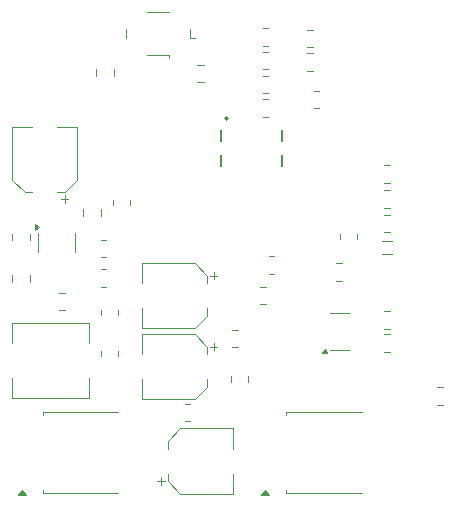
<source format=gbr>
%TF.GenerationSoftware,KiCad,Pcbnew,8.0.9*%
%TF.CreationDate,2025-08-04T10:44:23+12:00*%
%TF.ProjectId,xymatics-e64,78796d61-7469-4637-932d-6536342e6b69,rev?*%
%TF.SameCoordinates,Original*%
%TF.FileFunction,Legend,Bot*%
%TF.FilePolarity,Positive*%
%FSLAX46Y46*%
G04 Gerber Fmt 4.6, Leading zero omitted, Abs format (unit mm)*
G04 Created by KiCad (PCBNEW 8.0.9) date 2025-08-04 10:44:23*
%MOMM*%
%LPD*%
G01*
G04 APERTURE LIST*
%ADD10C,0.120000*%
%ADD11C,0.127000*%
%ADD12C,0.200000*%
G04 APERTURE END LIST*
D10*
%TO.C,R64*%
X96972936Y-153865000D02*
X97427064Y-153865000D01*
X96972936Y-155335000D02*
X97427064Y-155335000D01*
%TO.C,Y3*%
X85400000Y-150700000D02*
X85400000Y-149900000D01*
X87200000Y-148500000D02*
X89000000Y-148500000D01*
X89000000Y-152100000D02*
X87200000Y-152100000D01*
X89000000Y-152340000D02*
X89000000Y-152100000D01*
X90800000Y-149900000D02*
X90800000Y-150700000D01*
X90800000Y-150700000D02*
X91200000Y-150700000D01*
%TO.C,C69*%
X94265000Y-179288748D02*
X94265000Y-179811252D01*
X95735000Y-179288748D02*
X95735000Y-179811252D01*
%TO.C,C72*%
X101211252Y-149965000D02*
X100688748Y-149965000D01*
X101211252Y-151435000D02*
X100688748Y-151435000D01*
%TO.C,R77*%
X101272936Y-155165000D02*
X101727064Y-155165000D01*
X101272936Y-156635000D02*
X101727064Y-156635000D01*
%TO.C,R70*%
X107727064Y-175765000D02*
X107272936Y-175765000D01*
X107727064Y-177235000D02*
X107272936Y-177235000D01*
%TO.C,L3*%
X75700000Y-174800000D02*
X82300000Y-174800000D01*
X75700000Y-176500000D02*
X75700000Y-174800000D01*
X75700000Y-181200000D02*
X75700000Y-179500000D01*
X82300000Y-174800000D02*
X82300000Y-176500000D01*
X82300000Y-179500000D02*
X82300000Y-181200000D01*
X82300000Y-181200000D02*
X75700000Y-181200000D01*
%TO.C,R55*%
X83727064Y-170265000D02*
X83272936Y-170265000D01*
X83727064Y-171735000D02*
X83272936Y-171735000D01*
%TO.C,C76*%
X103188748Y-169765000D02*
X103711252Y-169765000D01*
X103188748Y-171235000D02*
X103711252Y-171235000D01*
%TO.C,C83*%
X107761252Y-163565000D02*
X107238748Y-163565000D01*
X107761252Y-165035000D02*
X107238748Y-165035000D01*
%TO.C,C66*%
X80261252Y-172265000D02*
X79738748Y-172265000D01*
X80261252Y-173735000D02*
X79738748Y-173735000D01*
%TO.C,C59*%
X94861252Y-175365000D02*
X94338748Y-175365000D01*
X94861252Y-176835000D02*
X94338748Y-176835000D01*
%TO.C,C84*%
X107761252Y-161465000D02*
X107238748Y-161465000D01*
X107761252Y-162935000D02*
X107238748Y-162935000D01*
%TO.C,R56*%
X83265000Y-174139564D02*
X83265000Y-173685436D01*
X84735000Y-174139564D02*
X84735000Y-173685436D01*
%TO.C,C73*%
X101211252Y-151965000D02*
X100688748Y-151965000D01*
X101211252Y-153435000D02*
X100688748Y-153435000D01*
%TO.C,C58*%
X82865000Y-153338748D02*
X82865000Y-153861252D01*
X84335000Y-153338748D02*
X84335000Y-153861252D01*
%TO.C,R42*%
X96772936Y-171765000D02*
X97227064Y-171765000D01*
X96772936Y-173235000D02*
X97227064Y-173235000D01*
%TO.C,R63*%
X96972936Y-155865000D02*
X97427064Y-155865000D01*
X96972936Y-157335000D02*
X97427064Y-157335000D01*
%TO.C,C68*%
X86740000Y-169740000D02*
X91195563Y-169740000D01*
X86740000Y-171440000D02*
X86740000Y-169740000D01*
X86740000Y-173560000D02*
X86740000Y-175260000D01*
X86740000Y-175260000D02*
X91195563Y-175260000D01*
X91195563Y-169740000D02*
X92260000Y-170804437D01*
X91195563Y-175260000D02*
X92260000Y-174195563D01*
X92260000Y-171440000D02*
X92260000Y-170804437D01*
X92260000Y-173560000D02*
X92260000Y-174195563D01*
X92500000Y-170815000D02*
X93125000Y-170815000D01*
X92812500Y-171127500D02*
X92812500Y-170502500D01*
%TO.C,U23*%
X77940000Y-167200000D02*
X77940000Y-168000000D01*
X77940000Y-168800000D02*
X77940000Y-168000000D01*
X81060000Y-167200000D02*
X81060000Y-168000000D01*
X81060000Y-168800000D02*
X81060000Y-168000000D01*
X77990000Y-166700000D02*
X77660000Y-166940000D01*
X77660000Y-166460000D01*
X77990000Y-166700000D01*
G36*
X77990000Y-166700000D02*
G01*
X77660000Y-166940000D01*
X77660000Y-166460000D01*
X77990000Y-166700000D01*
G37*
%TO.C,C62*%
X75740000Y-158240000D02*
X75740000Y-162695563D01*
X75740000Y-162695563D02*
X76804437Y-163760000D01*
X77440000Y-158240000D02*
X75740000Y-158240000D01*
X77440000Y-163760000D02*
X76804437Y-163760000D01*
X79560000Y-158240000D02*
X81260000Y-158240000D01*
X79560000Y-163760000D02*
X80195563Y-163760000D01*
X79872500Y-164312500D02*
X80497500Y-164312500D01*
X80185000Y-164000000D02*
X80185000Y-164625000D01*
X81260000Y-158240000D02*
X81260000Y-162695563D01*
X81260000Y-162695563D02*
X80195563Y-163760000D01*
%TO.C,R54*%
X83272936Y-167765000D02*
X83727064Y-167765000D01*
X83272936Y-169235000D02*
X83727064Y-169235000D01*
%TO.C,C77*%
X112261252Y-180265000D02*
X111738748Y-180265000D01*
X112261252Y-181735000D02*
X111738748Y-181735000D01*
%TO.C,R69*%
X107272936Y-173815000D02*
X107727064Y-173815000D01*
X107272936Y-175285000D02*
X107727064Y-175285000D01*
%TO.C,C67*%
X86740000Y-175740000D02*
X91195563Y-175740000D01*
X86740000Y-177440000D02*
X86740000Y-175740000D01*
X86740000Y-179560000D02*
X86740000Y-181260000D01*
X86740000Y-181260000D02*
X91195563Y-181260000D01*
X91195563Y-175740000D02*
X92260000Y-176804437D01*
X91195563Y-181260000D02*
X92260000Y-180195563D01*
X92260000Y-177440000D02*
X92260000Y-176804437D01*
X92260000Y-179560000D02*
X92260000Y-180195563D01*
X92500000Y-176815000D02*
X93125000Y-176815000D01*
X92812500Y-177127500D02*
X92812500Y-176502500D01*
%TO.C,R67*%
X97460436Y-169165000D02*
X97914564Y-169165000D01*
X97460436Y-170635000D02*
X97914564Y-170635000D01*
%TO.C,Q10*%
X98930000Y-182330000D02*
X105350000Y-182330000D01*
X98930000Y-182600000D02*
X98930000Y-182330000D01*
X98930000Y-188960000D02*
X98930000Y-189230000D01*
X98930000Y-189230000D02*
X105350000Y-189230000D01*
X97540000Y-189390000D02*
X96860000Y-189390000D01*
X97200000Y-188920000D01*
X97540000Y-189390000D01*
G36*
X97540000Y-189390000D02*
G01*
X96860000Y-189390000D01*
X97200000Y-188920000D01*
X97540000Y-189390000D01*
G37*
%TO.C,C57*%
X91438748Y-152965000D02*
X91961252Y-152965000D01*
X91438748Y-154435000D02*
X91961252Y-154435000D01*
%TO.C,C70*%
X88367500Y-187872500D02*
X88367500Y-188497500D01*
X88680000Y-188185000D02*
X88055000Y-188185000D01*
X88920000Y-185440000D02*
X88920000Y-184804437D01*
X88920000Y-187560000D02*
X88920000Y-188195563D01*
X89984437Y-183740000D02*
X88920000Y-184804437D01*
X89984437Y-189260000D02*
X88920000Y-188195563D01*
X94440000Y-183740000D02*
X89984437Y-183740000D01*
X94440000Y-185440000D02*
X94440000Y-183740000D01*
X94440000Y-187560000D02*
X94440000Y-189260000D01*
X94440000Y-189260000D02*
X89984437Y-189260000D01*
%TO.C,R68*%
X84265000Y-164360436D02*
X84265000Y-164814564D01*
X85735000Y-164360436D02*
X85735000Y-164814564D01*
%TO.C,R75*%
X103515000Y-167727064D02*
X103515000Y-167272936D01*
X104985000Y-167727064D02*
X104985000Y-167272936D01*
%TO.C,R57*%
X83265000Y-177185436D02*
X83265000Y-177639564D01*
X84735000Y-177185436D02*
X84735000Y-177639564D01*
%TO.C,U27*%
X102700000Y-173940000D02*
X103500000Y-173940000D01*
X102700000Y-177060000D02*
X103500000Y-177060000D01*
X104300000Y-173940000D02*
X103500000Y-173940000D01*
X104300000Y-177060000D02*
X103500000Y-177060000D01*
X102440000Y-177340000D02*
X101960000Y-177340000D01*
X102200000Y-177010000D01*
X102440000Y-177340000D01*
G36*
X102440000Y-177340000D02*
G01*
X101960000Y-177340000D01*
X102200000Y-177010000D01*
X102440000Y-177340000D01*
G37*
%TO.C,R66*%
X96972936Y-149865000D02*
X97427064Y-149865000D01*
X96972936Y-151335000D02*
X97427064Y-151335000D01*
%TO.C,R65*%
X96972936Y-151865000D02*
X97427064Y-151865000D01*
X96972936Y-153335000D02*
X97427064Y-153335000D01*
%TO.C,L4*%
X107100378Y-167840000D02*
X107899622Y-167840000D01*
X107100378Y-168960000D02*
X107899622Y-168960000D01*
%TO.C,C64*%
X81765000Y-165711252D02*
X81765000Y-165188748D01*
X83235000Y-165711252D02*
X83235000Y-165188748D01*
%TO.C,R79*%
X90372936Y-181665000D02*
X90827064Y-181665000D01*
X90372936Y-183135000D02*
X90827064Y-183135000D01*
%TO.C,U24*%
X78330000Y-182330000D02*
X84750000Y-182330000D01*
X78330000Y-182600000D02*
X78330000Y-182330000D01*
X78330000Y-188960000D02*
X78330000Y-189230000D01*
X78330000Y-189230000D02*
X84750000Y-189230000D01*
X76940000Y-189390000D02*
X76260000Y-189390000D01*
X76600000Y-188920000D01*
X76940000Y-189390000D01*
G36*
X76940000Y-189390000D02*
G01*
X76260000Y-189390000D01*
X76600000Y-188920000D01*
X76940000Y-189390000D01*
G37*
%TO.C,C82*%
X107761252Y-165665000D02*
X107238748Y-165665000D01*
X107761252Y-167135000D02*
X107238748Y-167135000D01*
%TO.C,C63*%
X75765000Y-167761252D02*
X75765000Y-167238748D01*
X77235000Y-167761252D02*
X77235000Y-167238748D01*
D11*
%TO.C,U26*%
X93405000Y-159380000D02*
X93405000Y-158500000D01*
X93405000Y-161500000D02*
X93405000Y-160620000D01*
X98595000Y-159380000D02*
X98595000Y-158500000D01*
X98595000Y-161500000D02*
X98595000Y-160620000D01*
D12*
X94000000Y-157500000D02*
G75*
G02*
X93800000Y-157500000I-100000J0D01*
G01*
X93800000Y-157500000D02*
G75*
G02*
X94000000Y-157500000I100000J0D01*
G01*
D10*
%TO.C,C65*%
X75765000Y-171311252D02*
X75765000Y-170788748D01*
X77235000Y-171311252D02*
X77235000Y-170788748D01*
%TD*%
M02*

</source>
